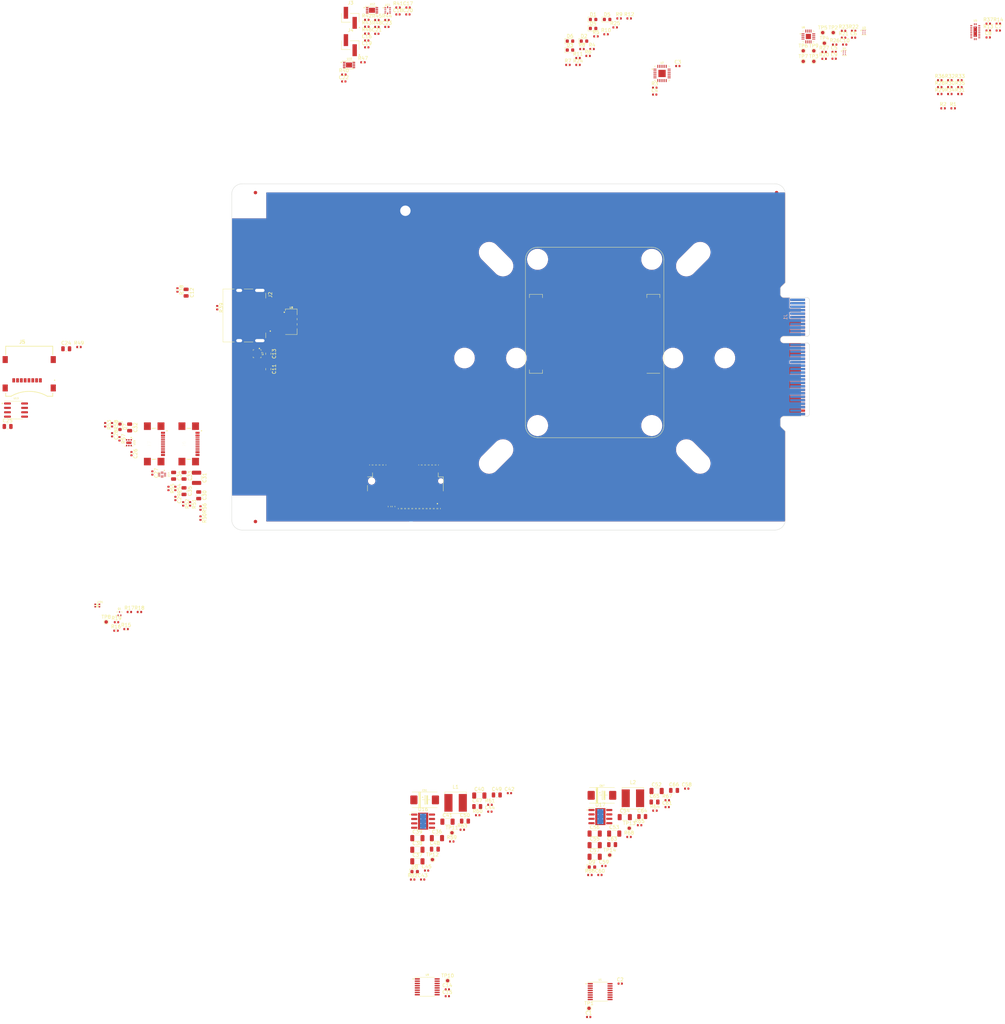
<source format=kicad_pcb>
(kicad_pcb (version 20211014) (generator pcbnew)
  (title_block (title "Salmonberry Pi, Fruit \\ 'früt \\ CM4") (date "2022-01-10") (rev "4") (company "Copyright © 2022 Christian Kuhtz") (comment 2 "CERN-OHL-W v2 or later"))
  (layers (0 "F.Cu" jumper) (1 "In1.Cu" power) (2 "In2.Cu" power) (31 "B.Cu" mixed) (34 "B.Paste" user) (35 "F.Paste" user) (36 "B.SilkS" user "B.Silkscreen") (37 "F.SilkS" user "F.Silkscreen") (38 "B.Mask" user) (39 "F.Mask" user) (44 "Edge.Cuts" user))
  (net 0 "")
  (net 1 "GND")
  (net 2 "Net-(D6-Pad2)")
  (net 3 "+12V")
  (net 4 "Net-(C42-Pad1)")
  (net 5 "Net-(C43-Pad1)")
  (net 6 "Net-(C58-Pad1)")
  (net 7 "Net-(C59-Pad1)")
  (net 8 "/EthD+")
  (net 9 "/EthB+")
  (net 10 "/EthD-")
  (net 11 "/EthB-")
  (net 12 "/EthC-")
  (net 13 "/EthA-")
  (net 14 "/EthC+")
  (net 15 "/EthA+")
  (net 19 "/UART_CTS1")
  (net 20 "/UART_RTS1")
  (net 21 "/UART_RXD1")
  (net 22 "/UART_TXD1")
  (net 29 "/I2C_SCL")
  (net 30 "/I2C_SDA")
  (net 81 "Net-(D1-Pad2)")
  (net 82 "Net-(D2-Pad2)")
  (net 83 "Net-(D3-Pad2)")
  (net 84 "Net-(D4-Pad2)")
  (net 85 "Net-(D5-Pad2)")
  (net 86 "/PRSNT_BOARD_X1_1")
  (net 87 "Net-(D7-Pad2)")
  (net 88 "Net-(D8-Pad1)")
  (net 89 "Net-(D9-Pad1)")
  (net 90 "+3.3V")
  (net 91 "/~{I2C_RESET}")
  (net 92 "/USB1+")
  (net 93 "/USB1-")
  (net 95 "Net-(J6-PadA5)")
  (net 101 "Net-(J7-PadA5)")
  (net 107 "Net-(J8-Pad5)")
  (net 109 "Net-(J8-Pad7)")
  (net 111 "Net-(J8-Pad11)")
  (net 112 "Net-(J8-Pad13)")
  (net 113 "Net-(J8-Pad17)")
  (net 114 "Net-(J8-Pad19)")
  (net 117 "Net-(J8-Pad23)")
  (net 119 "Net-(J8-Pad25)")
  (net 122 "Net-(J8-Pad29)")
  (net 124 "Net-(J8-Pad31)")
  (net 127 "Net-(J8-Pad35)")
  (net 129 "Net-(J8-Pad37)")
  (net 142 "Net-(L1-Pad1)")
  (net 143 "Net-(L2-Pad1)")
  (net 144 "Net-(R4-Pad2)")
  (net 145 "/PRSNT_BOARD_X4_1")
  (net 146 "/PRSNT_BOARD_X8_1")
  (net 147 "Net-(LED1-Pad1)")
  (net 148 "Net-(LED1-Pad2)")
  (net 149 "Net-(LED1-Pad3)")
  (net 150 "Net-(Q1-Pad1)")
  (net 151 "Net-(R22-Pad2)")
  (net 153 "Net-(R23-Pad2)")
  (net 156 "/CM4/CM4 PSU/+3.3V_CONTROL")
  (net 157 "/CM4/CM4_+3.3V")
  (net 158 "Net-(C6-Pad1)")
  (net 159 "/CM4/CM4_+5V")
  (net 160 "/CM4/HDMI/HDMI_+5V")
  (net 161 "/CM4/micro SD card/SD_VDD")
  (net 162 "/CM4/USB 2.0 MUX/VBUS1")
  (net 163 "/CM4/CM4 PSU/+12V_IN")
  (net 164 "/CM4/CM4 PSU/+3.3V PSU/+3.3V_OUT")
  (net 165 "/CM4/CM4 PSU/+5V PSU/+5V_OUT")
  (net 166 "/CM4/~{EthLED3}")
  (net 167 "/CM4/~{EthLED2}")
  (net 168 "/CM4/~{EthLED1}")
  (net 169 "/CM4/~{PI_Activity}")
  (net 170 "/CM4/SOFT_HALT")
  (net 171 "/CM4/CM4 Hirose connectors/GPIO21")
  (net 172 "/CM4/CM4 Hirose connectors/GPIO19")
  (net 173 "/CM4/CM4 Hirose connectors/GPIO20")
  (net 174 "/CM4/CM4 Hirose connectors/GPIO13")
  (net 175 "/CM4/CM4 Hirose connectors/GPIO6")
  (net 176 "/CM4/CM4 Hirose connectors/GPIO12")
  (net 177 "/CM4/CM4 Hirose connectors/GPIO5")
  (net 178 "/CM4/CM4 Hirose connectors/ID_SC")
  (net 179 "/CM4/CM4 Hirose connectors/ID_SD")
  (net 180 "/CM4/CM4 Hirose connectors/GPIO7")
  (net 181 "/CM4/CM4 Hirose connectors/GPIO11")
  (net 182 "/CM4/CM4 Hirose connectors/GPIO8")
  (net 183 "/CM4/CM4 Hirose connectors/GPIO9")
  (net 184 "/CM4/CM4 Hirose connectors/GPIO10")
  (net 185 "/CM4/~{INT_CM4}")
  (net 186 "/CM4/CM4 Hirose connectors/GPIO22")
  (net 187 "/CM4/SOFT_REBOOT")
  (net 188 "/CM4/CM4 Hirose connectors/GPIO18")
  (net 189 "/CM4/CM4 Hirose connectors/GPIO4")
  (net 190 "/CM4/CM4 Hirose connectors/GPIO3")
  (net 191 "/CM4/SD_CLK")
  (net 192 "/CM4/CM4 Hirose connectors/GPIO2")
  (net 193 "/CM4/SD_DAT3")
  (net 194 "/CM4/SD_CMD")
  (net 195 "/CM4/SD_DAT0")
  (net 196 "/CM4/SD_DAT1")
  (net 197 "/CM4/SD_DAT2")
  (net 198 "/CM4/SD_PWR_ON")
  (net 199 "/CM4/CM4_OUT_+3.3V")
  (net 200 "/CM4/CM4_I2C_SCL")
  (net 201 "/CM4/CM4_I2C_SDA")
  (net 202 "/CM4/CM4_OUT_+1.8V")
  (net 203 "/CM4/I2C_RUN_PG")
  (net 204 "/CM4/~{I2C_RPI_BOOT}")
  (net 205 "/CM4/~{PWR_LED}")
  (net 206 "/CM4/I2C_GLOBAL_EN")
  (net 207 "/CM4/CM4 Hirose connectors/~{EXTRST}")
  (net 208 "/CM4/USBOTG")
  (net 209 "/CM4/~{PCIE_CLK_REQ}")
  (net 210 "/CM4/USB-")
  (net 211 "/CM4/USB+")
  (net 212 "/CM4/~{PCIE_RST}")
  (net 213 "/CM4/PCIE_CLK+")
  (net 214 "/CM4/PCIE_CLK-")
  (net 215 "/CM4/PCIE_RX+")
  (net 216 "/CM4/PCIE_RX-")
  (net 217 "/CM4/PCIE_TX+")
  (net 218 "/CM4/PCIE_TX-")
  (net 219 "/CM4/HDMICEC")
  (net 220 "/CM4/HDMIHP")
  (net 221 "/CM4/HDMID2+")
  (net 222 "/CM4/HDMID2-")
  (net 223 "/CM4/HDMID1+")
  (net 224 "/CM4/HDMID1-")
  (net 225 "/CM4/HDMID0+")
  (net 226 "/CM4/HDMID0-")
  (net 227 "/CM4/HDMICK+")
  (net 228 "/CM4/HDMICK-")
  (net 229 "/CM4/HDMISDA")
  (net 230 "/CM4/HDMISCL")
  (net 231 "/~{PANIC}")
  (net 232 "/CM4/USB 2.0 MUX/HD1+")
  (net 233 "/CM4/USB 2.0 MUX/HD1-")
  (net 234 "/CM4/USB 2.0 MUX/VBUS_OTG")
  (net 235 "/CM4/USB 2.0 MUX/HD_OTG+")
  (net 236 "/CM4/USB 2.0 MUX/HD_OTG-")
  (net 237 "/CM4/M2_1_ACTIVITY_LED")
  (net 238 "/CM4/I2C GPIO1/I2C_A0")
  (net 239 "/CM4/I2C GPIO1/I2C_A1")
  (net 240 "/CM4/I2C GPIO1/I2C_A2")
  (net 241 "/CM4/I2C_PING_1")
  (net 242 "/CM4/I2C_SCL")
  (net 243 "/CM4/I2C_SDA")
  (net 244 "/CM4/~{I2C_RESET_1_1}")
  (net 245 "/CM4/~{INT_IN}")
  (net 246 "/CM4/~{I2C_RESET_1_2}")
  (net 247 "/CM4/Sensors/CM4_TEMP_A0")
  (net 248 "/CM4/Sensors/CM4_TEMP_A1")
  (net 249 "/CM4/Sensors/CM4_TEMP_A2")
  (net 250 "/CM4/Sensors/M.2_TEMP_A0")
  (net 251 "/CM4/Sensors/M.2_TEMP_A1")
  (net 252 "/CM4/Sensors/M.2_TEMP_A2")
  (net 253 "/CM4/CM4_ALERT_+5V")
  (net 254 "/CM4/CM4_ALERT_+3.3V")
  (net 255 "/CM4/CM4_TALERT")
  (net 256 "/CM4/M.2_TALERT")
  (net 257 "/CM4/CM4_EN_+3.3V")
  (net 258 "/CM4/CM4_EN_+5V")
  (net 259 "/CM4/I2C GPIO1/GPIO17")
  (net 262 "Net-(J1-PadA9)")
  (net 263 "Net-(J1-PadA11)")
  (net 264 "Net-(R20-Pad2)")
  (net 265 "Net-(R21-Pad2)")
  (net 266 "Net-(C20-Pad1)")
  (net 267 "Net-(C21-Pad1)")
  (net 268 "Net-(C26-Pad1)")
  (net 269 "Net-(C29-Pad1)")
  (net 270 "Net-(C42-Pad2)")
  (net 271 "Net-(C44-Pad1)")
  (net 272 "Net-(C45-Pad1)")
  (net 273 "Net-(C58-Pad2)")
  (net 274 "Net-(C60-Pad1)")
  (net 275 "Net-(C61-Pad1)")
  (net 276 "/CM4/~{PANIC_CM4}")
  (net 277 "Net-(R13-Pad1)")
  (net 278 "Net-(R14-Pad1)")
  (net 279 "Net-(R38-Pad1)")
  (net 280 "Net-(R39-Pad1)")
  (net 281 "Net-(R40-Pad2)")
  (net 282 "Net-(R57-Pad1)")
  (net 283 "Net-(R58-Pad1)")
  (net 284 "Net-(R61-Pad2)")
  (net 285 "Net-(R66-Pad2)")
  (net 286 "/CM4/~{I2C_RESET_CM4}")
  (net 289 "ePAD")
  (net 290 "/CM4/~{PANIC}")
  (footprint "Resistor_SMD:R_0402_1005Metric" (layer "F.Cu") (at 59.945459 93.8 90)
    (fp_text reference "R71" hide)
    (fp_text value "50R")
  )
  (footprint "Capacitor_SMD:C_0402_1005Metric" (layer "F.Cu") (at 221.55 -44.265)
    (fp_text reference "C7")
    (fp_text value "10uF")
  )
  (footprint "Analog_ADC_TI:ADS7142IRUGR" (layer "F.Cu") (at 45.065 -50.09)
    (fp_text reference "U11")
    (fp_text value "ADS7142IRUGR")
  )
  (footprint "Connector_RaspberryPi:Raspberry-Pi-4-Compute-Module_outline" (layer "F.Cu") (at 121.402 21.814 180)
    (fp_text reference "CM1" hide)
    (fp_text value "ComputeModule4-CM4" hide)
  )
  (footprint "Resistor_SMD:R_0402_1005Metric" (layer "F.Cu") (at 49.581822 93.8 90)
    (fp_text reference "R81" hide)
    (fp_text value "50R")
  )
  (footprint "Capacitor_SMD:C_1206_3216Metric" (layer "F.Cu") (at 53.66 188.965)
    (fp_text reference "C39")
    (fp_text value "10uF 35V")
  )
  (footprint "Capacitor_SMD:C_0402_1005Metric" (layer "F.Cu") (at 106.42 199.6)
    (fp_text reference "C60")
    (fp_text value "DNP")
  )
  (footprint "Capacitor_SMD:C_0402_1005Metric" (layer "F.Cu") (at 44.2 81.2 90)
    (fp_text reference "C68" hide)
    (fp_text value "10uF")
  )
  (footprint "Capacitor_SMD:C_0805_2012Metric" (layer "F.Cu") (at 122.2 178.53)
    (fp_text reference "C65")
    (fp_text value "10uF")
  )
  (footprint "Resistor_SMD:R_0402_1005Metric" (layer "F.Cu") (at -14.03 92.435 -90)
    (fp_text reference "R52")
    (fp_text value "2.2K 1%")
  )
  (footprint "Capacitor_SMD:C_0402_1005Metric" (layer "F.Cu") (at 174.11 -38.095)
    (fp_text reference "C5")
    (fp_text value "0.1uF")
  )
  (footprint "Buffer_SMD_TI:RKS0020A" (layer "F.Cu") (at 214.905 -43.94)
    (fp_text reference "U5")
    (fp_text value "SN74HCS244")
  )
  (footprint "Resistor_SMD:R_0402_1005Metric" (layer "F.Cu") (at -9.03 96.545 -90)
    (fp_text reference "R50")
    (fp_text value "330R")
  )
  (footprint "Power_Protection_Diodes:Diodes_W-DFN2020-6_A1" (layer "F.Cu") (at -29.72 74.78 -90)
    (fp_text reference "U15")
    (fp_text value "AP22653FDZ-7")
  )
  (footprint "Resistor_SMD:R_0402_1005Metric" (layer "F.Cu") (at 105.28 -42.58)
    (fp_text reference "R5")
    (fp_text value "330R")
  )
  (footprint "Capacitor_SMD:C_0805_2012Metric" (layer "F.Cu") (at 127.85 175.18)
    (fp_text reference "C66")
    (fp_text value "10uF")
  )
  (footprint "Capacitor_SMD:C_0402_1005Metric" (layer "F.Cu") (at 43.2 81.2 90)
    (fp_text reference "C72" hide)
    (fp_text value "1uF")
  )
  (footprint "Resistor_SMD:R_0402_1005Metric" (layer "F.Cu") (at -29.585 123.655)
    (fp_text reference "R17")
    (fp_text value "1k")
  )
  (footprint "Resistor_SMD:R_0402_1005Metric" (layer "F.Cu") (at -34.59 69.585001 -90)
    (fp_text reference "R58")
    (fp_text value "15k 1%")
  )
  (footprint "Resistor_SMD:R_0402_1005Metric" (layer "F.Cu") (at 171.22 -38.085)
    (fp_text reference "R27")
    (fp_text value "5.1k")
  )
  (footprint "Resistor_SMD:R_0402_1005Metric" (layer "F.Cu") (at -36.58 69.585 -90)
    (fp_text reference "R53")
    (fp_text value "2.2K 1%")
  )
  (footprint "Sensor_I2C_Microchip:MCP9808T-E&slash_MC" (layer "F.Cu") (at 33.905 -34.315)
    (fp_text reference "U10")
    (fp_text value "MCP9808T-E_MC" hide)
  )
  (footprint "Interface_USB_Microchip:Microchip_UQFN-10_1.3x1.8mm_P0.4mm_pin1" (layer "F.Cu") (at -20.13 83.98 -90)
    (fp_text reference "U14")
    (fp_text value "USB3740B-AI2")
  )
  (footprint "Interface_I2C_NXP:SOT616-1_HVQFN-24_4x4mm_P0.5mm_EP2.1x2.1mm_NXP" (layer "F.Cu") (at 124.375 -31.8665)
    (fp_text reference "U2")
    (fp_text value "PCA9671BS,118")
  )
  (footprint "Resistor_SMD:R_0402_1005Metric" (layer "F.Cu") (at 221.57 -46.245)
    (fp_text reference "R14")
    (fp_text value "1k")
  )
  (footprint "Capacitor_SMD:C_0402_1005Metric" (layer "F.Cu") (at 107.56 197.01)
    (fp_text reference "C59")
    (fp_text value "0.1uF")
  )
  (footprint "Resistor_SMD:R_0402_1005Metric" (layer "F.Cu") (at 39.05 -45.355)
    (fp_text reference "R43")
    (fp_text value "1k")
  )
  (footprint "Capacitor_SMD:C_0805_2012Metric" (layer "F.Cu") (at 76.61 176.495)
    (fp_text reference "C49")
    (fp_text value "10uF")
  )
  (footprint "Resistor_SMD:R_0402_1005Metric" (layer "F.Cu") (at 171.22 -36.095)
    (fp_text reference "R20")
    (fp_text value "1k")
  )
  (footprint "Capacitor_SMD:C_0805_2012Metric" (layer "F.Cu") (at 118.65 182.73)
    (fp_text reference "C64")
    (fp_text value "10uF")
  )
  (footprint "Resistor_SMD:R_0402_1005Metric" (layer "F.Cu") (at 208.51 -21.8)
    (fp_text reference "R1")
    (fp_text value "10k")
  )
  (footprint "Resistor_SMD:R_0402_1005Metric" (layer "F.Cu") (at 56.836363 93.8 90)
    (fp_text reference "R74" hide)
    (fp_text value "50R")
  )
  (footprint "Resistor_SMD:R_0402_1005Metric" (layer "F.Cu") (at 71.09 182.345)
    (fp_text reference "R60")
    (fp_text value "12k 1%")
  )
  (footprint "Resistor_SMD:R_0402_1005Metric" (layer "F.Cu") (at 114.83 188.62)
    (fp_text reference "R68")
    (fp_text value "1k")
  )
  (footprint "LED_SMD_LiteOn:LED_0603_1608Metric_green" (layer "F.Cu") (at 52.88 198.61)
    (fp_text reference "D8")
    (fp_text value "LED Green")
  )
  (footprint "Connector_Header_Samtec:SAMTEC_TSM-102-01-L-SV" (layer "F.Cu") (at 34.27 -40.04)
    (fp_text reference "J4")
    (fp_text value "TSM-102-01-L-SV")
  )
  (footprint "Sensor_I2C_Microchip:MCP9808T-E&slash_MC" (layer "F.Cu") (at 40.545 -50.115)
    (fp_text reference "U12")
    (fp_text value "MCP9808T-E_MC" hide)
  )
  (footprint "Resistor_SMD:R_0402_1005Metric" (layer "F.Cu") (at 207.555 -25.935)
    (fp_text reference "R34")
    (fp_text value "100k")
  )
  (footprint "Capacitor_SMD:C_1206_3216Metric" (layer "F.Cu") (at 104.9 191)
    (fp_text reference "C55")
    (fp_text value "10uF 35V")
  )
  (footprint "MountingHole:MountingHole_2.7mm_M2.5" (layer "F.Cu") (at 3.57 5.55)
    (fp_text reference "H1" hide)
    (fp_text value "MountingHole")
  )
  (footprint "Resistor_SMD:R_0402_1005Metric" (layer "F.Cu") (at 54.763637 93.8 90)
    (fp_text reference "R76" hide)
    (fp_text value "50R")
  )
  (footprint "Capacitor_SMD:C_0402_1005Metric" (layer "F.Cu") (at 50.92 -48.915)
    (fp_text reference "C20")
    (fp_text value "470pF")
  )
  (footprint "Capacitor_SMD:C_0805_2012Metric" (layer "F.Cu") (at -29.5 70.355 -90)
    (fp_text reference "C32")
    (fp_text value "10uF")
  )
  (footprint "Capacitor_SMD:C_0402_1005Metric" (layer "F.Cu") (at 40.2 81.2 90)
    (fp_text reference "C75" hide)
    (fp_text value "10nF")
  )
  (footprint "Resistor_SMD:R_0402_1005Metric" (layer "F.Cu") (at 210.465 -27.925)
    (fp_text reference "R35")
    (fp_text value "100k")
  )
  (footprint "Connector_Header_Samtec:SAMTEC_TSM-102-01-L-SV" (layer "F.Cu") (at 34.27 -47.94)
    (fp_text reference "J3")
    (fp_text value "TSM-102-01-L-SV")
  )
  (footprint "Resistor_SMD:R_0402_1005Metric" (layer "F.Cu") (at -26.675 123.655)
    (fp_text reference "R18")
    (fp_text value "120R")
  )
  (footprint "Capacitor_SMD:C_0402_1005Metric" (layer "F.Cu") (at -28.98 77.935 -90)
    (fp_text reference "C26")
    (fp_text value "0.1uF")
  )
  (footprint "Capacitor_SMD:C_1206_3216Metric" (layer "F.Cu") (at 62.36 184.215)
    (fp_text reference "C41")
    (fp_text value "10uF 35V")
  )
  (footprint "Capacitor_SMD:C_0805_2012Metric" (layer "F.Cu") (at 58.71 192.145)
    (fp_text reference "C48")
    (fp_text value "10uF")
  )
  (footprint "Capacitor_SMD:C_0805_2012Metric" (layer "F.Cu") (at -13.79 84.304999 -90)
    (fp_text reference "C33")
    (fp_text value "10uF")
  )
  (footprint "Resistor_SMD:R_0402_1005Metric" (layer "F.Cu") (at 41.96 -47.295)
    (fp_text reference "R45")
    (fp_text value "1k")
  )
  (footprint "TestPoint:TestPoint_Pad_D1.0mm" (layer "F.Cu") (at 168.24 -38.405)
    (fp_text reference "TP9")
    (fp_text value "TestPoint")
  )
  (footprint "Capacitor_SMD:C_1206_3216Metric" (layer "F.Cu") (at 110.55 187.65)
    (fp_text reference "C53")
    (fp_text value "10uF 35V")
  )
  (footprint "Resistor_SMD:R_0402_1005Metric" (layer "F.Cu") (at -32.439999 73.635 -90)
    (fp_text reference "R57")
    (fp_text value "10k")
  )
  (footprint "Resistor_SMD:R_0402_1005Metric" (layer "F.Cu") (at 48.545459 93.8 90)
    (fp_text reference "R82" hide)
    (fp_text value "50R")
  )
  (footprint "Resistor_SMD:R_0402_1005Metric" (layer "F.Cu") (at 210.465 -29.915)
    (fp_text reference "R33")
    (fp_text value "10k")
  )
  (footprint "Regulator_Switching_Diodes:SOIC-8-1EP_3.9x4.9mm_P1.27mm_EP2.95x4.9mm_Mask2.71x3.4mm_ThermalVias" (layer "F.Cu") (at 55.31 184.065)
    (fp_text reference "U16")
    (fp_text value "AP64501SP-13")
  )
  (footprint "Resistor_SMD:R_0402_1005Metric" (layer "F.Cu") (at 53.727274 93.8 90)
    (fp_text reference "R77" hide)
    (fp_text value "50R")
  )
  (footprint "Capacitor_SMD:C_0402_1005Metric" (layer "F.Cu") (at 112.285 230.975)
    (fp_text reference "C2")
    (fp_text value "0.1uF")
  )
  (footprint "Capacitor_SMD:C_0805_2012Metric" (layer "F.Cu") (at 10.575 49.08 -90)
    (fp_text reference "C13")
    (fp_text value "10uF")
  )
  (footprint "Power_Protection_TI:DSM15_X_reduced_paste_pin1" (layer "F.Cu") (at 17.2 39.835)
    (fp_text reference "U8")
    (fp_text value "TPD8S009DSMR")
  )
  (footprint "Resistor_SMD:R_0402_1005Metric" (layer "F.Cu") (at 100.09 -34.34)
    (fp_text reference "R24")
    (fp_text value "5.1k")
  )
  (footprint "Resistor_SMD:R_0402_1005Metric" (layer "F.Cu") (at 52.29 200.925)
    (fp_text reference "R62")
    (fp_text value "15k 1%")
  )
  (footprint "LED_SMD_LiteOn:LED_0603_1608Metric_yellow" (layer "F.Cu") (at 104.45 -44.895)
    (fp_text reference "D4")
    (fp_text value "LED Yellow")
  )
  (footprint "Resistor_SMD:R_0402_1005Metric" (layer "F.Cu") (at -18.28 87.985 -90)
    (fp_text reference "R55")
    (fp_text value "330R")
  )
  (footprint "Resistor_SMD:R_0402_1005Metric" (layer "F.Cu") (at 57.872726 93.8 90)
    (fp_text reference "R73" hide)
    (fp_text value "50R")
  )
  (footprint "Capacitor_SMD:C_0402_1005Metric" (layer "F.Cu") (at 55.18 200.915)
    (fp_text reference "C43")
    (fp_text value "0.1uF")
  )
  (footprint "LED_SMD_LiteOn:LED_0603_1608Metric_blue" (layer "F.Cu") (at 104.455 -47.48)
    (fp_text reference "D1")
    (fp_text value "LED Blue")
  )
  (footprint "TestPoint:TestPoint_Pad_D1.0mm" (layer "F.Cu") (at 114.9 186.1)
    (fp_text reference "TP13")
    (fp_text value "TestPoint")
  )
  (footprint "Capacitor_Tantalum_SMD_MyOwn:CP_EIA-7343-31_Kemet-D" (layer "F.Cu") (at 107.01 176.54)
    (fp_text reference "C67")
    (fp_text value "100uF")
  )
  (footprint "MountingHole:MountingHole_2.7mm_M2.5" (layer "F.Cu") (at 3.57 94.45)
    (fp_text reference "H2" hide)
    (fp_text value "MountingHole")
  )
  (footprint "Capacitor_SMD:C_0402_1005Metric" (layer "F.Cu") (at 32.39 -29.565)
    (fp_text reference "C22")
    (fp_text value "1uF")
  )
  (footprint "Capacitor_SMD:C_0402_1005Metric" (layer "F.Cu") (at 125.86 180)
    (fp_text reference "C61")
    (fp_text value "1.2nF")
  )
  (footprint "Capacitor_SMD:C_0805_2012Metric" (layer "F.Cu") (at -13.185 31.43 -90)
    (fp_text reference "C12")
    (fp_text value "10uF")
  )
  (footprint "Package_SO_MyOwn:SOIC-8_3.9x4.9mm_P1.27mm" (layer "F.Cu") (at -62.345 65.345)
    (fp_text reference "U13")
    (fp_text value "LM3525M-H_NPOB")
  )
  (footprint "Resistor_SMD:R_0402_1005Metric" (layer "F.Cu") (at 103.53 199.61)
    (fp_text reference "R66")
    (fp_text value "12k 1%")
  )
  (footprint "Resistor_SMD:R_0402_1005Metric" (layer "F.Cu") (at 66.64 186.545)
    (fp_text reference "R63")
    (fp_text value "1k")
  )
  (footprint "TestPoint:TestPoint_Pad_D1.0mm" (layer "F.Cu") (at 109.25 193.86)
    (fp_text reference "TP14")
    (fp_text value "TestPoint")
  )
  (footprint "Capacitor_SMD:C_0805_2012Metric" (layer "F.Cu") (at 109.95 190.83)
    (fp_text reference "C63")
    (fp_text value "10uF")
  )
  (footprint "Resistor_SMD:R_0402_1005Metric" (layer "F.Cu") (at -9.03 93.635 -90)
    (fp_text reference "R56")
    (fp_text value "5.1k")
  )
  (footprint "Resistor_SMD:R_0402_1005Metric" (layer "F.Cu") (at 108.19 -43.18)
    (fp_text reference "R10")
    (fp_text value "1k")
  )
  (footprint "Resistor_SMD:R_0402_1005Metric" (layer "F.Cu") (at 101.23 -38.92)
    (fp_text reference "R8")
    (fp_text value "1k")
  )
  (footprint "Capacitor_SMD:C_0402_1005Metric" (layer "F.Cu") (at 80.27 175.975)
    (fp_text reference "C42")
    (fp_text value "0.1uF")
  )
  (footprint "TestPoint:TestPoint_Pad_D1.0mm" (layer "F.Cu") (at 165.19 -35.355)
    (fp_text reference "TP7")
    (fp_text value "TestPoint")
  )
  (footprint "Resistor_SMD:R_0402_1005Metric" (layer "F.Cu") (at 58.909089 93.8 90)
    (fp_text reference "R72" hide)
    (fp_text value "50R")
  )
  (footprint "Resistor_SMD:R_0402_1005Metric" (layer "F.Cu") (at -44.15 47.135)
    (fp_text reference "R49")
    (fp_text value "12k 1%")
  )
  (footprint "Resistor_SMD:R_0402_1005Metric" (layer "F.Cu") (at 210.465 -25.935)
    (fp_text reference "R31")
    (fp_text value "10k")
  )
  (footprint "Capacitor_SMD:C_0402_1005Metric" (layer "F.Cu") (at 218.64 -42.275)
    (fp_text reference "C8")
    (fp_text value "0.1uF")
  )
  (footprint "Resistor_SMD:R_0402_1005Metric" (layer "F.Cu") (at 114.87 -47.76)
    (fp_text reference "R12")
    (fp_text value "1k")
  )
  (footprint "Capacitor_SMD:C_0402_1005Metric" (layer "F.Cu") (at 50.96 -50.905)
    (fp_text reference "C17")
    (fp_text value "1uF")
  )
  (footprint "Capacitor_SMD:C_0402_1005Metric" (layer "F.Cu") (at 62.3125 232.64)
    (fp_text reference "C14")
    (fp_text value "10uF")
  )
  (footprint "Capacitor_SMD:C_0402_1005Metric" (layer "F.Cu") (at 56.4 81.2 90)
    (fp_text reference "C77" hide)
    (fp_text value "10nF")
  )
  (footprint "Resistor_SMD:R_0402_1005Metric" (layer "F.Cu") (at 74.64 179.335)
    (fp_text reference "R61")
    (fp_text value "47k 1%")
  )
  (footprint "Resistor_SMD:R_0402_1005Metric" (layer "F.Cu") (at -4.195 35.78 -90)
    (fp_text reference "R39")
    (fp_text value "15k 1%")
  )
  (footprint "Resistor_SMD:R_0402_1005Metric" (layer "F.Cu") (at 218.66 -44.255)
    (fp_text reference "R13")
    (fp_text value "1k")
  )
  (footprint "Capacitor_SMD:C_0805_2012Metric" (layer "F.Cu") (at -9.54 89.955 -90)
    (fp_text reference "C30")
    (fp_text value "10uF")
  )
  (footprint "Capacitor_SMD:C_0402_1005Metric" (layer "F.Cu") (at 39.03 -39.415)
    (fp_text reference "C19")
    (fp_text value "1uF")
  )
  (footprint "Capacitor_SMD:C_0402_1005Metric" (layer "F.Cu") (at -16.28 90.875 -90)
    (fp_text reference "C29")
    (fp_text value "0.1uF")
  )
  (footprint "Resistor_SMD:R_0402_1005Metric" (layer "F.Cu") (at 218.66 -46.245)
    (fp_text reference "R37")
    (fp_text value "10k")
  )
  (footprint "Capacitor_SMD:C_0402_1005Metric" (layer "F.Cu") (at 59.4 81.2 90)
    (fp_text reference "C69" hide)
    (fp_text value "10uF")
  )
  (footprint "Capacitor_SMD:C_0402_1005Metric" (layer "F.Cu") (at 57.4 81.2 90)
    (fp_text reference "C78" hide)
    (fp_text value "0.1uF")
  )
  (footprint "Resistor_SMD:R_0402_1005Metric" (layer "F.Cu") (at 174.27 -40.205)
    (fp_text reference "R26")
    (fp_text value "5.1k")
  )
  (footprint "Capacitor_SMD:C_0805_2012Metric" (layer "F.Cu") (at -16.8 84.305 -90)
    (fp_text reference "C34")
    (fp_text value "10uF")
  )
  (footprint "Resistor_SMD:R_0402_1005Metric" (layer "F.Cu") (at 111.96 -47.76)
    (fp_text reference "R9")
    (fp_text value "1k")
  )
  (footprint "Capacitor_SMD:C_0402_1005Metric" (layer "F.Cu") (at 122.25 -25.77)
    (fp_text reference "C4")
    (fp_text value "0.1uF")
  )
  (footprint "Capacitor_SMD:C_0402_1005Metric" (layer "F.Cu") (at -22.94 83.515 -90)
    (fp_text reference "C27")
    (fp_text value "1uF")
  )
  (footprint "Capacitor_SMD:C_0402_1005Metric" (layer "F.Cu") (at 41.94 -43.325)
    (fp_text reference "C21")
    (fp_text value "470pF")
  )
  (footprint "Resistor_SMD:R_0402_1005Metric" (layer "F.Cu") (at 104.14 -38.92)
    (fp_text reference "R4")
    (fp_text value "750R")
  )
  (footprint "Sensor_I2C_TI:TSSOP-16_4.4x5mm_P0.65mm_pin1" (layer "F.Cu") (at 106.48 233.285)
    (fp_text reference "U1")
    (fp_text value "INA260")
  )
  (footprint "Resistor_SMD:R_0402_1005Metric" (layer "F.Cu") (at -30.535 128.595)
    (fp_text reference "R15")
    (fp_text value "10k")
  )
  (footprint "LED_SMD_LiteOn:LED_0603_1608Metric_green" (layer "F.Cu") (at -32.275 70.175 -90)
    (fp_text reference "D7")
    (fp_text value "LED Green")
  )
  (footprint "Resistor_SMD:R_0402_1005Metric" (layer "F.Cu") (at -33.305 126.605)
    (fp_text reference "R19")
    (fp_text value "120R")
  )
  (footprint "Capacitor_SMD:C_0402_1005Metric" (layer "F.Cu") (at -34.58 72.475 -90)
    (fp_text reference "C28")
    (fp_text value "0.1uF")
  )
  (footprint "Resistor_SMD:R_0402_1005Metric" (layer "F.Cu") (at 97.18 -34.34)
    (fp_text reference "R7")
    (fp_text value "1k")
  )
  (footprint "Fiducial:Fiducial_1mm_Mask2mm" (layer "F.Cu") (at 6.858 97.536)
    (fp_text reference "FID2" hide)
    (fp_text value "Fiducial")
  )
  (footprint "Capacitor_SMD:C_1210_3225Metric" (layer "F.Cu") (at -10.16 84.905 -90)
    (fp_text reference "C31")
    (fp_text value "100uF")
  )
  (footprint "TestPoint:TestPoint_Pad_D1.0mm" (layer "F.Cu") (at 62.4025 230.13)
    (fp_text reference "TP10")
    (fp_text value "TestPoint")
  )
  (footprint "Capacitor_SMD:C_0402_1005Metric" (layer "F.Cu") (at 74.62 181.315)
    (fp_text reference "C44")
    (fp_text value "DNP")
  )
  (footprint "LED_SMD_LiteOn:LED_0603_1608Metric_green" (layer "F.Cu") (at 104.12 197.295)
    (fp_text reference "D9")
    (fp_text value "LED Green")
  )
  (footprint "Fiducial:Fiducial_1mm_Mask2mm" (layer "F.Cu") (at 6.858 2.54)
    (fp_text reference "FID1" hide)
    (fp_text value "Fiducial")
  )
  (footprint "Resistor_SMD:R_0402_1005Metric" (layer "F.Cu") (at 176.84 -44.185)
    (fp_text reference "R23")
    (fp_text value "1k")
  )
  (footprint "Connector_SD_GCT:GCT_MEM2067-02-180-00-A_REVB" (layer "F.Cu") (at -58.5298 54.1326)
    (fp_text reference "J5")
    (fp_text value "MEM2067-02-180-00-A_REVB")
  )
  (footprint "Resistor_SMD:R_0402_1005Metric" (layer "F.Cu") (at 39.05 -43.365)
    (fp_text reference "R46")
    (fp_text value "1k")
  )
  (footprint "Resistor_SMD:R_0402_1005Metric" (layer "F.Cu") (at 52.690911 93.8 90)
    (fp_text reference "R78" hide)
    (fp_text value "50R")
  )
  (footprint "Capacitor_SMD:C_0402_1005Metric" (layer "F.Cu") (at 174.11 -36.125)
    (fp_text reference "C9")
    (fp_text value "10uF")
  )
  (footprint "Resistor_SMD:R_0402_1005Metric" (layer "F.Cu") (at 100.09 -36.33)
    (fp_text reference "R11")
    (fp_text value "1k")
  )
  (footprint "Capacitor_SMD:C_1206_3216Metric" (layer "F.Cu") (at 104.9 187.65)
    (fp_text reference "C56")
    (fp_text value "10uF 35V")
  )
  (footprint "Connector_M.2_TE:1-2199119-6_2280_standoff_nooutline" (layer "F.Cu") (at 49.99 87.78136 -90)
    (fp_text reference "J8" hide)
    (fp_text value "1-2199119-6")
  )
  (footprint "Resistor_SMD:R_0402_1005Metric" (layer "F.Cu") (at 37.93 -35.095)
    (fp_text reference "R47")
    (fp_text value "1k")
  )
  (footprint "Capacitor_SMD:C_0805_2012Metric" (layer "F.Cu") (at 70.96 179.845)
    (fp_text reference "C47")
    (fp_text value "10uF")
  )
  (footprint "Resistor_SMD:R_0402_1005Metric" (layer "F.Cu") (at 45.6 93.2 -90)
    (fp_text reference "R70" hide)
    (fp_text value "50R")
  )
  (footprint "Capacitor_SMD:C_1206_3216Metric" (layer "F.Cu") (at 104.9 194.35)
    (fp_text reference "C57")
    (fp_text value "10uF 35V")
  )
  (footprint "Resistor_SMD:R_0402_1005Metric" (layer "F.Cu") (at 204.645 -29.915)
    (fp_text reference "R36")
    (fp_text value "100k")
  )
  (footprint "TestPoint:TestPoint_Pad_D1.0mm" (layer "F.Cu") (at 168.24 -35.355)
    (fp_text reference "TP3")
    (fp_text value "TestPoint")
  )
  (footprint "Inverter_SMD_TI:PSON50P145X100X60-6N-DRY0006A" (layer "F.Cu") (at 182.73 -43.7915)
    (fp_text reference "U3")
    (fp_text value "SN74LVC1G04DRY")
  )
  (footprint "Resistor_SMD:R_0402_1005Metric" (layer "F.Cu") (at 110.82 -45.17)
    (fp_text reference "R25")
    (fp_text value "5.1k")
  )
  (footprint "Regulator_Switching_Diodes:SOIC-8-1EP_3.9x4.9mm_P1.27mm_EP2.95x4.9mm_Mask2.71x3.4mm_ThermalVias" (layer "F.Cu") (at 106.55 182.75)
    (fp_text reference "U17")
    (fp_text value "AP64501SP-13")
  )
  (footprint "Resistor_SMD:R_0402_1005Metric" (layer "F.Cu") (at 32.41 -31.545)
    (fp_text reference "R40")
    (fp_text value "1k")
  )
  (footprint "Resistor_SMD:R_0402_1005Metric" (layer "F.Cu") (at 103 -36.93)
    (fp_text reference "R6")
    (fp_text value "1k")
  )
  (footprint "Capacitor_SMD:C_0402_1005Metric" (layer "F.Cu") (at 39.03 -41.385)
    (fp_text reference "C16")
    (fp_text value "1uF")
  )
  (footprint "Transistor_SMD_onsemi:MMBT2222AM3T5G" (layer "F.Cu") (at -32.44 124.135)
    (fp_text reference "Q1")
    (fp_text value "MMBT2222AM3T5G")
  )
  (footprint "Capacitor_SMD:C_0402_1005Metric" (layer "F.Cu") (at 44.85 -45.315)
    (fp_text reference "C23")
    (fp_text value "0.1uF")
  )
  (footprint "Inductor_SMD:L_Bourns_SRN6045TA" (layer "F.Cu") (at 64.71 178.765)
    (fp_text reference "L1")
    (fp_text value "SRN6045TA-3R3Y")
  )
  (footprint "Capacitor_SMD:C_0402_1005Metric" (layer "F.Cu") (at 48.05 -48.915)
    (fp_text reference "C18")
    (fp_text value "0.1uF")
  )
  (footprint "Capacitor_SMD:C_0805_2012Metric" (layer "F.Cu") (at 10.575 53.53 -90)
    (fp_text reference "C11")
    (fp_text value "10uF")
  )
  (footprint "TestPoint:TestPoint_Pad_D1.0mm" (layer "F.Cu") (at 165.19 -38.405)
    (fp_text reference "TP6")
    (fp_text value "TestPoint")
  )
  (footprint "TestPoint:TestPoint_Pad_D1.0mm" (layer "F.Cu") (at -36.285 126.535)
    (fp_text reference "TP8")
    (fp_text value "TestPoint")
  )
  (footprint "Resistor_SMD:R_0402_1005Metric" (layer "F.Cu") (at 50.618185 93.8 90)
    (fp_text reference "R80" hide)
    (fp_text value "50R")
  )
  (footprint "Capacitor_SMD:C_0805_2012Metric" (layer "F.Cu") (at -47.83 47.645)
    (fp_text reference "C24")
    (fp_text value "0.1uF")
  )
  (footprint "Capacitor_SMD:C_0402_1005Metric" (layer "F.Cu") (at 128.93 -34.01)
    (fp_text reference "C3")
    (fp_text value "10uF")
  )
  (footprint "Resistor_SMD:R_0402_1005Metric" (layer "F.Cu") (at 122.33 181.03)
    (fp_text reference "R64")
    (fp_text value "10R")
  )
  (footprint "Capacitor_SMD:C_0402_1005Metric" (layer "F.Cu") (at 103.175 240.615)
    (fp_text reference "C1")
    (fp_text value "10uF")
  )
  (footprint "Connector_USB_GCT:USB4110-GF-A" (layer "F.Cu") (at -20.945 75.105 -90)
    (fp_text reference "J7")
    (fp_text value "USB4110-GF-A")
  )
  (footprint "LED_SMD_LiteOn:LED_0603_1608Metric_green" (layer "F.Cu") (at 97.77 -38.645)
    (fp_text reference "D3")
    (fp_text value "LED Green")
  )
  (footprint "Power_Protection_Diodes:Diodes_W-DFN2020-6_A1" (layer "F.Cu") (at 7.345 49.055 -90)
    (fp_text reference "U7")
    (fp_text value "AP22653FDZ-7")
  )
  (footprint "Sensor_I2C_TI:TSSOP-16_4.4x5mm_P0.65mm_pin1" (layer "F.Cu") (at 56.5075 231.9)
    (fp_text reference "U9")
    (fp_text value "INA260")
  )
  (footprint "TestPoint:TestPoint_Pad_D1.0mm" (layer "F.Cu") (at 171.29 -40.605)
    (fp_text reference "TP4")
    (fp_text value "TestPoint")
  )
  (footprint "Resistor_SMD:R_0402_1005Metric" (layer "F.Cu") (at 179.75 -44.185)
    (fp_text reference "R22")
    (fp_text value "1k")
  )
  (footprint "TestPoint:TestPoint_Pad_D1.0mm" (layer "F.Cu") (at 63.66 187.415)
    (fp_text reference "TP11")
    (fp_text value "TestPoint")
  )
  (footprint "Resistor_SMD:R_0402_1005Metric" (layer "F.Cu") (at 204.645 -27.925)
    (fp_text reference "R28")
    (fp_text value "10k")
  )
  (footprint "Resistor_SMD:R_0402_1005Metric" (layer "F.Cu") (at 117.88 185.23)
    (fp_text reference "R65")
    (fp_text value "20k 1%")
  )
  (footprint "Capacitor_SMD:C_0402_1005Metric" (layer "F.Cu") (at 177.16 -40.215)
    (fp_text reference "C10")
    (fp_text value "0.1uF")
  )
  (footprint "Fiducial:Fiducial_1mm_Mask2mm" (layer "F.Cu") (at 157.48 2.54)
    (fp_text reference "FID3" hide)
    (fp_text value "Fiducial")
  )
  (footprint "Capacitor_SMD:C_1206_3216Metric" (layer "F.Cu") (at 113.6 182.9)
    (fp_text reference "C54")
    (fp_text value "10uF 35V")
  )
  (footprint "Capacitor_SMD:C_0805_2012Metric" (layer "F.Cu") (at -64.78 70.075)
    (fp_text reference "C25")
    (fp_text value "0.1uF")
  )
  (footprint "Connector_HDMI_Molex:2086581051" (layer "F.Cu") (at 3.649 38.034099 -90)
    (fp_text reference "J2")
    (fp_text value "2086581051")
  )
  (footprint "TestPoint:TestPoint_Pad_D1.0mm" (layer "F.Cu") (at 170.81 -43.655)
    (fp_text reference "TP5")
    (fp_text value "TestPoint")
  )
  (footprint "Capacitor_SMD:C_0402_1005Metric" (layer "F.Cu") (at 179.73 -42.205)
    (fp_text reference "C6")
    (fp_text value "0.1uF")
  )
  (footprint "Resistor_SMD:R_0402_1005Metric" (layer "F.Cu") (at 41.96 -45.305)
    (fp_text reference "R48")
    (fp_text value "1k")
  )
  (footprint "Capacitor_SMD:C_1206_3216Metric" (layer "F.Cu") (at 59.31 188.965)
    (fp_text reference "C36")
    (fp_text value "10uF 35V")
  )
  (footprint "Inductor_SMD:L_Bourns_SRN6045TA" (layer "F.Cu") (at 115.95 177.45)
    (fp_text reference "L2")
    (fp_text value "SRN6045TA-3R3Y")
  )
  (footprint "TestPoint:TestPoint_Pad_D1.0mm" (layer "F.Cu") (at 58.01 195.175)
    (fp_text reference "TP12")
    (fp_text value "TestPoint")
  )
  (footprint "Resistor_SMD:R_0402_1005Metric" (layer "F.Cu") (at 204.645 -25.935)
    (fp_text reference "R29")
    (fp_text value "10k")
  )
  (footprint "TestPoint:TestPoint_Pad_D1.0mm" (layer "F.Cu") (at 103.265 238.105)
    (fp_text reference "TP1")
    (fp_text value "TestPoint")
  )
  (footprint "Capacitor_SMD:C_0402_1005Metric" (layer "F.Cu") (at 54.4 81.2 -90)
    (fp_text reference "C74" hide)
    (fp_text value "10nF")
  )
  (footprint "Resistor_SMD:R_0402_1005Metric" (layer "F.Cu") (at 176.84 -42.195)
    (fp_text reference "R21")
    (fp_text value "1k")
  )
  (footprint "Resistor_SMD:R_0402_1005Metric" (layer "F.Cu") (at -16.29 87.985 -90)
    (fp_text reference "R54")
    (fp_text value "330R")
  )
  (footprint "Resistor_SMD:R_0402_1005Metric" (layer "F.Cu") (at 205.6 -21.8)
    (fp_text reference "R2")
    (fp_text value "10k")
  )
  (footprint "Resistor_SMD:R_0402_1005Metric" (layer "F.Cu") (at 122.27 -27.75)
    (fp_text reference "R3")
    (fp_text value "5.1k")
  )
  (footprint "Capacitor_SMD:C_0402_1005Metric" (layer "F.Cu") (at 131.51 174.66)
    (fp_text reference "C58")
    (fp_text value "0.1uF")
  )
  (footprint "Capacitor_SMD:C_0402_1005Metric" (layer "F.Cu") (at 56.32 198.325)
    (fp_text reference "C45")
    (fp_text value "1.2nF")
  )
  (footprint "LED_SMD_LiteOn:LED_0603_1608Metric_red" (layer "F.Cu") (at 101.82 -41.235)
    (fp_text reference "D2")
    (fp_text value "LED Red")
  )
  (footprint "Capacitor_SMD:C_1206_3216Metric" (layer "F.Cu") (at 53.66 192.315)
    (fp_text reference "C38")
    (fp_text value "10uF 35V")
  )
  (footprint "Resistor_SMD:R_0402_1005Metric" (layer "F.Cu") (at -33.445 129.055)
    (fp_text reference "R16")
    (fp_text value "5.9k")
  )
  (footprint "Connector_USB_GCT:USB4110-GF-A" (layer "F.Cu") (at -10.965 75.105 -90)
    (fp_text reference "J6")
    (fp_text value "USB4110-GF-A")
  )
  (footprint "Capacitor_SMD:C_0402_1005Metric" (layer "F.Cu") (at 42.2 81.2 90)
    (fp_text reference "C70" hide)
    (fp_text value "10uF")
  )
  (footprint "Resistor_SMD:R_0402_1005Metric" (layer "F.Cu") (at -15.685 30.66 -90)
    (fp_text reference "R38")
    (fp_text value "10k")
  )
  (footprint "Buffer_SMD_TI:PSON50P145X100X60-6N-DRY0006A" (layer "F.Cu") (at 177.07 -37.8215)
    (fp_text reference "U4")
    (fp_text value "SN74LVC1G07DRY")
  )
  (footprint "Capacitor_SMD:C_0805_2012Metric" (layer "F.Cu") (at -13.789999 88.755 -90)
    (fp_text reference "C35")
    (fp_text value "10uF")
  )
  (footprint "Resistor_SMD:R_0402_1005Metric" (layer "F.Cu") (at 63.59 189.935)
    (fp_text reference "R59")
    (fp_text value "10R")
  )
  (footprint "LED_SMD_LiteOn:LED_0603_1608Metric_green" (layer "F.Cu") (at 108.5 -47.485)
    (fp_text reference "D5")
    (fp_text value "LED Green")
  )
  (footprint "Resistor_SMD:R_0402_1005Metric" (layer "F.Cu") (at 207.555 -27.925)
    (fp_text reference "R30")
    (fp_text value "10k")
  )
  (footprint "Mechanical_CoolingBlock:53-61mm_NorthBridge_45deg_arms" (layer "F.Cu") (at 104.902 50.254 90)
    (fp_text reference "COOLER1" hide)
    (fp_text value "53-61mm_NorthBridge_45deg_arms" hide)
  )
  (footprint "TestPoint:TestPoint_Pad_D1.0mm" (layer "F.Cu") (at 173.86 -43.655)
    (fp_text reference "TP2")
    (fp_text value "TestPoint")
  )
  (footprint "Capacitor_SMD:C_1206_3216Metric" (layer "F.Cu") (at 53.66 195.665)
    (fp_text reference "C37")
    (fp_text value "10uF 35V")
  )
  (footprint "Resistor_SMD:R_0402_1005Metric" (layer "F.Cu") (at -12.040001 92.435 -90)
    (fp_text reference "R51")
    (fp_text value "5.1k")
  )
  (footprint "Resistor_SMD:R_0402_1005Metric" (layer "F.Cu") (at 51.654548 93.8 90)
    (fp_text reference "R79" hide)
    (fp_text value "50R")
  )
  (footprint "Resistor_SMD:R_0402_1005Metric" (layer "F.Cu") (at 125.88 178.02)
    (fp_text reference "R67")
    (fp_text value "2.2K 1%")
  )
  (footprint "Capacitor_SMD:C_0402_1005Metric" (layer "F.Cu") (at 55.4 81.2 -90)
    (fp_text reference "C73" hide)
    (fp_text value "10nF")
  )
  (footprint "LED_SMD_Kingbright:APHB1608CGKSEKC" (layer "F.Cu") (at -38.85 121.785)
    (fp_text reference "LED1")
    (fp_text value "APHB1608CGKSEKC_KNB")
  )
  (footprint "Capacitor_Tantalum_SMD_MyOwn:CP_EIA-7343-31_Kemet-D" (layer "F.Cu") (at 55.77 177.855)
    (fp_text reference "C51")
    (fp_text value "100uF")
  )
  (footprint "Capacitor_SMD:C_0402_1005Metric" (layer "F.Cu") (at 62.3125 234.61)
    (fp_text reference "C15")
    (fp_text value "0.1uF")
  )
  (footprint "Capacitor_SMD:C_0805_2012Metric" (layer "F.Cu") (at 67.41 184.045)
    (fp_text reference "C50")
    (fp_text value "10uF")
  )
  (footprint "Resistor_SMD:R_0402_1005Metric" (layer "F.Cu") (at 46.8 93.2 -90)
    (fp_text reference "R69" hide)
    (fp_text value "50R")
  )
  (footprint "Capacitor_SMD:C_1206_3216Metric" (layer "F.Cu") (at 71.56 176.665)
    (fp_text reference "C40")
    (fp_text value "10uF 35V")
  )
  (footprint "Resistor_SMD:R_0402_1005Metric" (layer "F.Cu") (at 48.07 -50.895)
    (fp_text reference "R41")
    (fp_text value "1k")
  )
  (footprint "Capacitor_SMD:C_1206_3216Metric" (layer "F.Cu") (at 122.8 175.35)
    (fp_text reference "C52")
    (fp_text value "10uF 35V")
  )
  (footprint "Resistor_SMD:R_0402_1005Metric" (layer "F.Cu") (at 55.8 93.8 90)
    (fp_text reference "R75" hide)
    (fp_text value "50R")
  )
  (footprint "Capacitor_SMD:C_0402_1005Metric" (layer "F.Cu") (at 41.2 81.2 90)
    (fp_text reference "C76" hide)
    (fp_text value "10nF")
  )
  (footprint "Resistor_SMD:R_0402_1005Metric" (layer "F.Cu") (at 207.555 -29.915)
    (fp_text reference "R32")
    (fp_text value "10k")
  )
  (footprint "Resistor_SMD:R_0402_1005Metric" (layer "F.Cu") (at 44.87 -47.295)
    (fp_text reference "R44")
    (fp_text value "1k")
  )
  (footprint "Capacitor_SMD:C_0402_1005Metric" (layer "F.Cu") (at 58.4 81.2 -90)
    (fp_text reference "C71" hide)
    (fp_text value "1uF")
  )
  (footprint "Resistor_SMD:R_0402_1005Metric" (layer "F.Cu") (at 39.05 -47.345)
    (fp_text reference "R42")
    (fp_text value "1k")
  )
  (footprint "LED_SMD_LiteOn:LED_0603_1608Metric_orange" (layer "F.Cu") (at 97.77 -41.235)
    (fp_text reference "D6")
    (fp_text value "LED Orange")
  )
  (footprint "Interface_I2C_NXP:SOT758-1_HVQFN-16_3x3mm_P0.5mm_EP1.75x1.75mm_NXP" (layer "F.Cu") (at 166.665 -42.555)
    (fp_text reference "U6")
    (fp_text value "PCA9641BSHP")
  )
  (footprint "Connector_PCIe_MyOwn:BUS_PCIexpress_x4_Salmonberry_reduced_shoulders" (layer "B.Cu") (at 163.55 33.5 -90)
    (fp_text reference "J1")
    (fp_text value "PCB_Edge_PCI_Express_x4_Salmonberry")
    (fp_line (start 10.55 4) (end 10.55 -2.95) (layer "Edge.Cuts") (width 0.1))
    (fp_line (start -0.15 -3.45) (end 10.05 -3.45) (layer "Edge.Cuts") (width 0.1))
    (fp_line (start -0.65 -2.95) (end -0.15 -3.45) (layer "Edge.Cuts") (width 0.1))
    (fp_line (start 33.65 -2.95) (end 33.15 -3.45) (layer "Edge.Cuts") (width 0.1))
    (fp_line (start 12.45 4) (end 12.45 -2.95) (layer "Edge.Cuts") (width 0.1))
    (fp_line (start 12.95 -3.45) (end 33.15 -3.45) (layer "Edge.Cuts") (width 0.1))
    (fp_line (start -0.65 1.95) (end -0.65 -2.95) (layer "Edge.Cuts") (width 0.1))
    (fp_line (start 12.45 -2.95) (end 12.95 -3.45) (layer "Edge.Cuts") (width 0.1))
    (fp_line (start 33.65 1.95) (end 33.65 -2.95) (layer "Edge.Cuts") (width 0.1))
    (fp_line (start 10.55 -2.95) (end 10.05 -3.45) (layer "Edge.Cuts") (width 0.1))
    (fp_arc (start 12.45 4) (mid 11.5 4.95) (end 10.55 4) (layer "Edge.Cuts") (width 0.1))
  )
  (gr_line locked (start 0.00132 96.99868) (end 0 3) (layer "Edge.Cuts") (width 0.1))
  (gr_arc locked (start 158.892984 70.353471) (mid 158.67891 70.028846) (end 158.61 69.646144) (layer "Edge.Cuts") (width 0.1))
  (gr_arc (start 159.999378 28.493857) (mid 159.970114 28.59324) (end 159.91 28.677619) (layer "Edge.Cuts") (width 0.1))
  (gr_arc locked (start 0 3) (mid 0.87868 0.87868) (end 3 0) (layer "Edge.Cuts") (width 0.1))
  (gr_line (start 159.602181 32.85) (end 161.6 32.85) (layer "Edge.Cuts") (width 0.1))
  (gr_line locked (start 160 3) (end 159.999378 28.493857) (layer "Edge.Cuts") (width 0.1))
  (gr_arc (start 158.61 68.148946) (mid 158.681627 67.766169) (end 158.89684 67.441619) (layer "Edge.Cuts") (width 0.1))
  (gr_arc locked (start 159.910622 71.322381) (mid 159.970738 71.406759) (end 160 71.506143) (layer "Edge.Cuts") (width 0.1))
  (gr_arc locked (start 159.99868 96.99868) (mid 159.12 99.12) (end 156.99868 99.99868) (layer "Edge.Cuts") (width 0.1))
  (gr_arc locked (start 3.00132 99.99868) (mid 0.88 99.12) (end 0.00132 96.99868) (layer "Edge.Cuts") (width 0.1))
  (gr_line locked (start 159.602803 67.15) (end 161.6 67.15) (layer "Edge.Cuts") (width 0.1))
  (gr_arc (start 158.89684 67.441619) (mid 159.22089 67.22577) (end 159.602803 67.15) (layer "Edge.Cuts") (width 0.1))
  (gr_line (start 159.91 28.677619) (end 158.892362 29.64653) (layer "Edge.Cuts") (width 0.1))
  (gr_line locked (start 158.892984 70.353471) (end 159.910622 71.322381) (layer "Edge.Cuts") (width 0.1))
  (gr_line locked (start 158.61 69.646144) (end 158.61 68.148946) (layer "Edge.Cuts") (width 0.1))
  (gr_line locked (start 160 71.506143) (end 159.99868 96.99868) (layer "Edge.Cuts") (width 0.1))
  (gr_line locked (start 3 0) (end 157 0) (layer "Edge.Cuts") (width 0.1))
  (gr_line locked (start 156.99868 99.99868) (end 3.00132 99.99868) (layer "Edge.Cuts") (width 0.1))
  (gr_arc (start 159.602181 32.85) (mid 159.219379 32.773856) (end 158.894854 32.557017) (layer "Edge.Cuts") (width 0.1))
  (gr_arc locked (start 157 0) (mid 159.12132 0.87868) (end 160 3) (layer "Edge.Cuts") (width 0.1))
  (gr_arc (start 158.609378 30.353856) (mid 158.678288 29.971155) (end 158.892362 29.64653) (layer "Edge.Cuts") (width 0.1))
  (gr_arc (start 158.894854 32.557017) (mid 158.680723 32.232905) (end 158.609378 31.851054) (layer "Edge.Cuts") (width 0.1))
  (gr_line (start 158.609378 31.851054) (end 158.609378 30.353856) (layer "Edge.Cuts") (width 0.1))
  (zone locked (net 0) (net_name "") (layers F&B.Cu) (connect_pads (clearance 0)) (min_thickness 0.254)
    (keepout (tracks not_allowed) (vias not_allowed) (pads not_allowed) (copperpour not_allowed) (footprints not_allowed))
    (fill (thermal_gap 0.508) (thermal_bridge_width 0.508))
    (polygon (pts (xy 160 100) (xy 10 100) (xy 10 97.5) (xy 160 97.5)))
  )
  (zone locked (net 0) (net_name "") (layers "F.Cu" "In1.Cu" "In2.Cu" "B.Cu") (name "Mounting Tab") (connect_pads (clearance 0)) (min_thickness 0.254)
    (keepout (tracks not_allowed) (vias allowed) (pads allowed) (copperpour not_allowed) (footprints allowed))
    (fill (thermal_gap 0.508) (thermal_bridge_width 0.508))
    (polygon (pts (xy 10 100) (xy 0 100) (xy 0 90) (xy 10 90)))
  )
  (zone locked (net 0) (net_name "") (layers F&B.Cu) (connect_pads (clearance 0)) (min_thickness 0.254)
    (keepout (tracks not_allowed) (vias not_allowed) (pads not_allowed) (copperpour not_allowed) (footprints not_allowed))
    (fill (thermal_gap 0.508) (thermal_bridge_width 0.508))
    (polygon (pts (xy 160 2.5) (xy 10 2.5) (xy 10 0) (xy 160 0)))
  )
  (zone locked (net 0) (net_name "") (layers F&B.Cu) (name "Mounting Tab") (connect_pads (clearance 0)) (min_thickness 0.254)
    (keepout (tracks not_allowed) (vias not_allowed) (pads not_allowed) (copperpour not_allowed) (footprints allowed))
    (fill (thermal_gap 0.508) (thermal_bridge_width 0.508))
    (polygon (pts (xy 10 10) (xy 0 10) (xy 0 0) (xy 10 0)))
  )
  (zone locked (net 1) (net_name "GND") (layers "F.Cu" "In1.Cu" "In2.Cu" "B.Cu") (connect_pads yes (clearance 0.0889)) (min_thickness 0.1016) (fill yes (thermal_gap 0.508) (thermal_bridge_width 0.508))
    (polygon (pts (xy 164.5 105) (xy -5 105) (xy -5 -5) (xy 164.5 -5)))
  )
)
</source>
